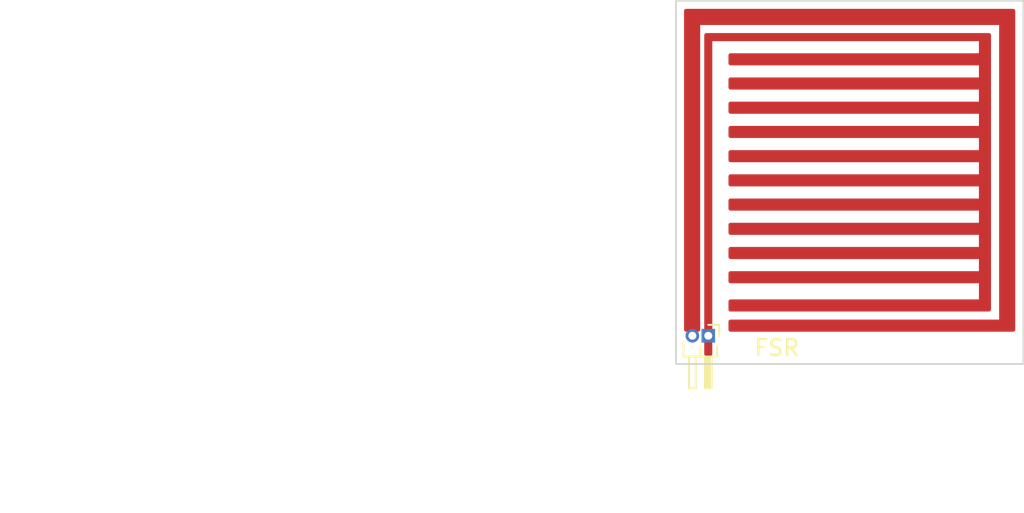
<source format=kicad_pcb>
(kicad_pcb (version 20221018) (generator pcbnew)
  (layers (0 "F.Cu" signal) (31 "B.Cu" signal) (34 "B.Paste" user) (35 "F.Paste" user) (36 "B.SilkS" user "B.Silkscreen") (37 "F.SilkS" user "F.Silkscreen") (38 "B.Mask" user) (39 "F.Mask" user) (44 "Edge.Cuts" user))
  (net 0 "")
  (footprint "Connector_PinHeader_1.00mm:PinHeader_1x02_P1.00mm_Horizontal" (layer "F.Cu") (at 105.41 73.914 -90)
    (fp_text reference "FSR" (at 0.762 -4.318 180) (layer "F.SilkS"))
    (fp_text value "PinHeader_1x02_P1.00mm_Horizontal")
    (fp_line (start -0.685 -0.685) (end 0 -0.685) (stroke (width 0.12)) (layer "F.SilkS"))
    (fp_line (start -0.685 0) (end -0.685 -0.685) (stroke (width 0.12)) (layer "F.SilkS"))
    (fp_line (start 0.685 -0.56) (end 1.31 -0.56) (stroke (width 0.12)) (layer "F.SilkS"))
    (fp_line (start 0.685 0.5) (end 1.31 0.5) (stroke (width 0.12)) (layer "F.SilkS"))
    (fp_line (start 1.31 -0.56) (end 1.31 1.56) (stroke (width 0.12)) (layer "F.SilkS"))
    (fp_line (start 1.31 -0.21) (end 3.31 -0.21) (stroke (width 0.12)) (layer "F.SilkS"))
    (fp_line (start 1.31 -0.15) (end 3.31 -0.15) (stroke (width 0.12)) (layer "F.SilkS"))
    (fp_line (start 1.31 -0.03) (end 3.31 -0.03) (stroke (width 0.12)) (layer "F.SilkS"))
    (fp_line (start 1.31 0.09) (end 3.31 0.09) (stroke (width 0.12)) (layer "F.SilkS"))
    (fp_line (start 1.31 0.79) (end 3.31 0.79) (stroke (width 0.12)) (layer "F.SilkS"))
    (fp_line (start 1.31 1.56) (end 0.394493 1.56) (stroke (width 0.12)) (layer "F.SilkS"))
    (fp_line (start 3.31 -0.21) (end 3.31 0.21) (stroke (width 0.12)) (layer "F.SilkS"))
    (fp_line (start 3.31 0.21) (end 1.31 0.21) (stroke (width 0.12)) (layer "F.SilkS"))
    (fp_line (start 3.31 0.79) (end 3.31 1.21) (stroke (width 0.12)) (layer "F.SilkS"))
    (fp_line (start 3.31 1.21) (end 1.31 1.21) (stroke (width 0.12)) (layer "F.SilkS"))
    (pad "1" thru_hole rect (at 0 0 270) (size 0.85 0.85) (drill 0.5) (layers "*.Cu" "*.Mask"))
    (pad "2" thru_hole oval (at 0 1 270) (size 0.85 0.85) (drill 0.5) (layers "*.Cu" "*.Mask"))
  )
  (gr_rect (start 103.378 52.832) (end 125.222 75.692) (stroke (width 0.1)) (fill none) (layer "Edge.Cuts"))
  (zone (net 0) (net_name "") (layer "F.Cu") (priority 1) (connect_pads (clearance 0.5)) (min_thickness 0.25) (fill yes (thermal_gap 0.5) (thermal_bridge_width 0.5) (island_removal_mode 1) (island_area_min 10))
    (polygon (pts (xy 104.902 73.66) (xy 103.886 73.66) (xy 103.886 53.34) (xy 124.714 53.34) (xy 124.714 73.66) (xy 106.68 73.66) (xy 106.68 72.898) (xy 123.698 72.898) (xy 123.698 54.356) (xy 104.902 54.356)))
  )
  (zone (net 0) (net_name "") (layer "F.Cu") (connect_pads (clearance 0.5)) (min_thickness 0.25) (fill yes (thermal_gap 0.5) (thermal_bridge_width 0.5) (island_removal_mode 1) (island_area_min 10))
    (polygon (pts (xy 105.156 75.184) (xy 105.156 54.864) (xy 123.19 54.864) (xy 123.19 72.39) (xy 106.68 72.39) (xy 106.68 71.628) (xy 122.428 71.628) (xy 122.428 70.612) (xy 106.68 70.612) (xy 106.68 69.85) (xy 122.428 69.85) (xy 122.428 69.088) (xy 106.68 69.088) (xy 106.68 68.326) (xy 122.428 68.326) (xy 122.428 67.564) (xy 106.68 67.564) (xy 106.68 66.802) (xy 122.428 66.802) (xy 122.428 66.04) (xy 106.68 66.04) (xy 106.68 65.278) (xy 122.428 65.278) (xy 122.428 64.516) (xy 106.68 64.516) (xy 106.68 63.754) (xy 122.428 63.754) (xy 122.428 62.992) (xy 106.68 62.992) (xy 106.68 62.23) (xy 122.428 62.23) (xy 122.428 61.468) (xy 106.68 61.468) (xy 106.68 60.706) (xy 122.428 60.706) (xy 122.428 59.944) (xy 106.68 59.944) (xy 106.68 59.182) (xy 122.428 59.182) (xy 122.428 58.42) (xy 106.68 58.42) (xy 106.68 57.658) (xy 122.428 57.658) (xy 122.428 56.896) (xy 106.68 56.896) (xy 106.68 56.134) (xy 122.428 56.134) (xy 122.428 55.372) (xy 105.664 55.372) (xy 105.664 75.184)))
  )
)
</source>
